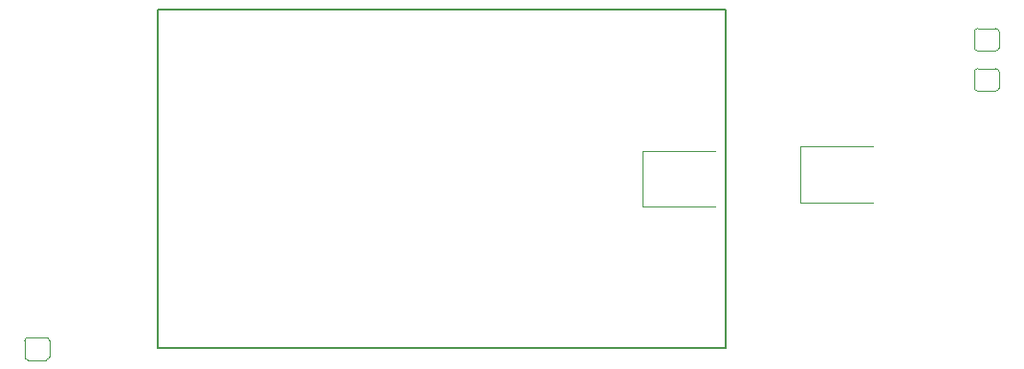
<source format=gbr>
%TF.GenerationSoftware,KiCad,Pcbnew,8.0.4+1*%
%TF.CreationDate,2024-10-16T20:55:13+00:00*%
%TF.ProjectId,TFLORA01,54464c4f-5241-4303-912e-6b696361645f,rev?*%
%TF.SameCoordinates,Original*%
%TF.FileFunction,Profile,NP*%
%FSLAX46Y46*%
G04 Gerber Fmt 4.6, Leading zero omitted, Abs format (unit mm)*
G04 Created by KiCad (PCBNEW 8.0.4+1) date 2024-10-16 20:55:13*
%MOMM*%
%LPD*%
G01*
G04 APERTURE LIST*
%TA.AperFunction,Profile*%
%ADD10C,0.150000*%
%TD*%
%TA.AperFunction,Profile*%
%ADD11C,0.100000*%
%TD*%
%TA.AperFunction,Profile*%
%ADD12C,0.050000*%
%TD*%
G04 APERTURE END LIST*
D10*
X134874000Y-99314000D02*
X134874000Y-129286000D01*
X134874000Y-99314000D02*
X185166000Y-99314000D01*
X185166000Y-129286000D02*
X134874000Y-129286000D01*
X185166000Y-129286000D02*
X185166000Y-99314000D01*
D11*
%TO.C,J12*%
X177824800Y-111825000D02*
X177824800Y-116775000D01*
X177824800Y-116775000D02*
X184274800Y-116775000D01*
X184274800Y-111825000D02*
X177824800Y-111825000D01*
%TO.C,J2*%
X191794800Y-111418600D02*
X191794800Y-116368600D01*
X191794800Y-116368600D02*
X198244800Y-116368600D01*
X198244800Y-111418600D02*
X191794800Y-111418600D01*
D12*
%TO.C,D2*%
X207198144Y-101274200D02*
X207198144Y-102674200D01*
X207498144Y-102974200D02*
X209098144Y-102974200D01*
X209098144Y-100974200D02*
X207498144Y-100974200D01*
X209398144Y-102674200D02*
X209398144Y-101274200D01*
X207198144Y-101274200D02*
G75*
G02*
X207498144Y-100974200I300000J0D01*
G01*
X207498144Y-102974200D02*
G75*
G02*
X207198144Y-102674200I0J300000D01*
G01*
X209098144Y-100974200D02*
G75*
G02*
X209398144Y-101274200I0J-300000D01*
G01*
X209398144Y-102674200D02*
G75*
G02*
X209098144Y-102974200I-300000J0D01*
G01*
%TO.C,D3*%
X207198144Y-104824200D02*
X207198144Y-106224200D01*
X207498144Y-106524200D02*
X209098144Y-106524200D01*
X209098144Y-104524200D02*
X207498144Y-104524200D01*
X209398144Y-106224200D02*
X209398144Y-104824200D01*
X207198144Y-104824200D02*
G75*
G02*
X207498144Y-104524200I300000J0D01*
G01*
X207498144Y-106524200D02*
G75*
G02*
X207198144Y-106224200I0J300000D01*
G01*
X209098144Y-104524200D02*
G75*
G02*
X209398144Y-104824200I0J-300000D01*
G01*
X209398144Y-106224200D02*
G75*
G02*
X209098144Y-106524200I-300000J0D01*
G01*
%TO.C,D4*%
X123106000Y-128636800D02*
X123106000Y-130036800D01*
X123406000Y-130336800D02*
X125006000Y-130336800D01*
X125006000Y-128336800D02*
X123406000Y-128336800D01*
X125306000Y-130036800D02*
X125306000Y-128636800D01*
X123106000Y-128636800D02*
G75*
G02*
X123406000Y-128336800I300000J0D01*
G01*
X123406000Y-130336800D02*
G75*
G02*
X123106000Y-130036800I0J300000D01*
G01*
X125006000Y-128336800D02*
G75*
G02*
X125306000Y-128636800I0J-300000D01*
G01*
X125306000Y-130036800D02*
G75*
G02*
X125006000Y-130336800I-300000J0D01*
G01*
%TD*%
M02*

</source>
